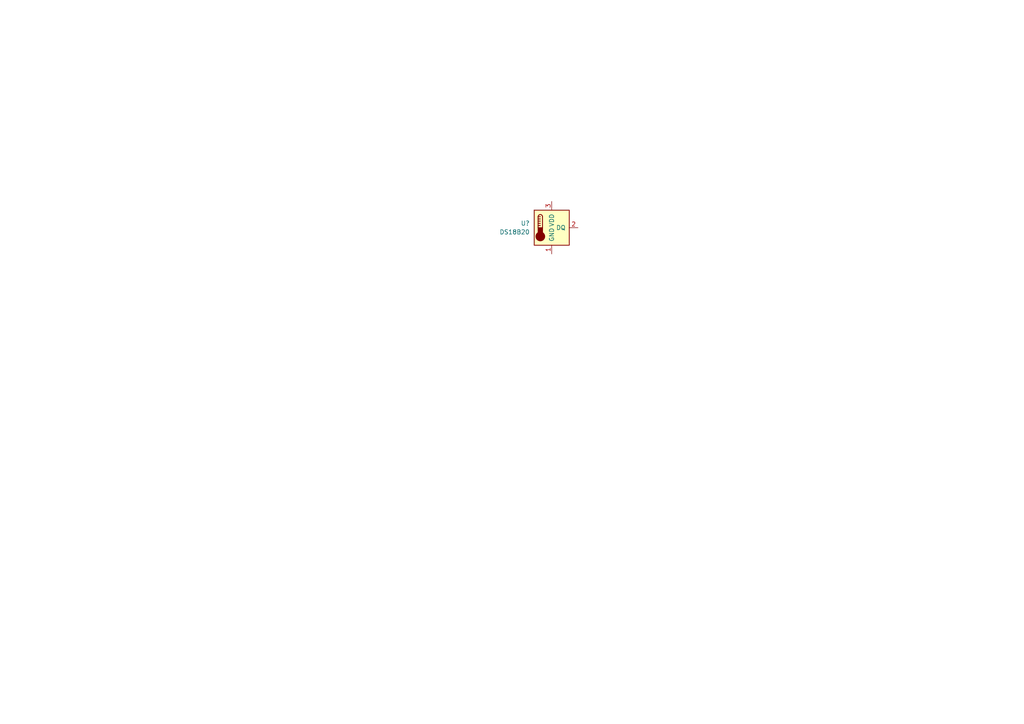
<source format=kicad_sch>
(kicad_sch (version 20211123) (generator eeschema)
  (paper "A4")
  (lib_symbols
    (symbol "Sensor_Temperature:DS18B20" (pin_names (offset 1.016))
      (property "Reference" "U" (at -3.81 6.35 0))
      (property "Value" "DS18B20" (at 6.35 6.35 0))
      (symbol "DS18B20_0_1"
        (rectangle (start -5.08 5.08) (end 5.08 -5.08) (stroke (width 0.254)) (fill (type background)))
        (circle (center -3.302 -2.54) (radius 1.27) (stroke (width 0.254)) (fill (type outline)))
        (rectangle (start -2.667 -1.905) (end -3.937 0) (stroke (width 0.254)) (fill (type outline)))
        (arc (start -2.667 3.175) (mid -3.302 3.81) (end -3.937 3.175) (stroke (width 0.254)))
        (polyline (pts (xy -3.937 0.635) (xy -3.302 0.635)) (stroke (width 0.254)))
        (polyline (pts (xy -3.937 1.27) (xy -3.302 1.27)) (stroke (width 0.254)))
        (polyline (pts (xy -3.937 1.905) (xy -3.302 1.905)) (stroke (width 0.254)))
        (polyline (pts (xy -3.937 2.54) (xy -3.302 2.54)) (stroke (width 0.254)))
        (polyline (pts (xy -3.937 3.175) (xy -3.937 0)) (stroke (width 0.254)))
        (polyline (pts (xy -3.937 3.175) (xy -3.302 3.175)) (stroke (width 0.254)))
        (polyline (pts (xy -2.667 3.175) (xy -2.667 0)) (stroke (width 0.254)))
      )
      (symbol "DS18B20_1_1"
        (pin power_in line (at 0 -7.62 90) (length 2.54) (name "GND") (number "1"))
        (pin bidirectional line (at 7.62 0 180) (length 2.54) (name "DQ") (number "2"))
        (pin power_in line (at 0 7.62 270) (length 2.54) (name "VDD") (number "3"))
      )
    )
  )
  (symbol (lib_id "Sensor_Temperature:DS18B20") (at 160.02 66.04 0) (unit 1)
    (property "Reference" "U?" (at 153.67 64.7699 0) (effects (justify right)))
    (property "Value" "DS18B20" (at 153.67 67.3099 0) (effects (justify right)))
    (property "Footprint" "Package_TO_SOT_THT:TO-92_Inline" (effects hide))
    (property "Datasheet" "http://datasheets.maximintegrated.com/en/ds/DS18B20.pdf" (effects hide))
  )
)
</source>
